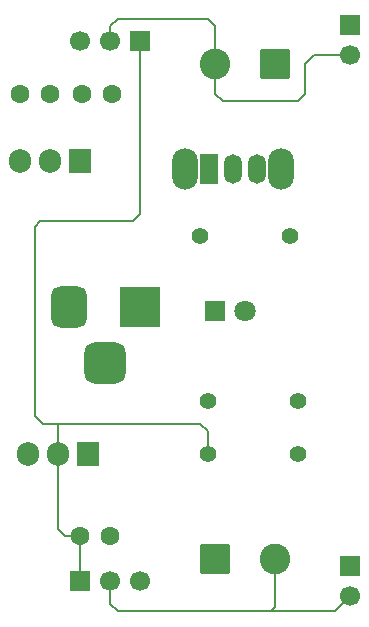
<source format=gbr>
%TF.GenerationSoftware,KiCad,Pcbnew,9.0.2*%
%TF.CreationDate,2025-06-13T20:10:21+08:00*%
%TF.ProjectId,Breadboard Power Supply,42726561-6462-46f6-9172-6420506f7765,1*%
%TF.SameCoordinates,Original*%
%TF.FileFunction,Copper,L1,Top*%
%TF.FilePolarity,Positive*%
%FSLAX46Y46*%
G04 Gerber Fmt 4.6, Leading zero omitted, Abs format (unit mm)*
G04 Created by KiCad (PCBNEW 9.0.2) date 2025-06-13 20:10:21*
%MOMM*%
%LPD*%
G01*
G04 APERTURE LIST*
G04 Aperture macros list*
%AMRoundRect*
0 Rectangle with rounded corners*
0 $1 Rounding radius*
0 $2 $3 $4 $5 $6 $7 $8 $9 X,Y pos of 4 corners*
0 Add a 4 corners polygon primitive as box body*
4,1,4,$2,$3,$4,$5,$6,$7,$8,$9,$2,$3,0*
0 Add four circle primitives for the rounded corners*
1,1,$1+$1,$2,$3*
1,1,$1+$1,$4,$5*
1,1,$1+$1,$6,$7*
1,1,$1+$1,$8,$9*
0 Add four rect primitives between the rounded corners*
20,1,$1+$1,$2,$3,$4,$5,0*
20,1,$1+$1,$4,$5,$6,$7,0*
20,1,$1+$1,$6,$7,$8,$9,0*
20,1,$1+$1,$8,$9,$2,$3,0*%
G04 Aperture macros list end*
%TA.AperFunction,ComponentPad*%
%ADD10C,1.400000*%
%TD*%
%TA.AperFunction,ComponentPad*%
%ADD11C,1.600000*%
%TD*%
%TA.AperFunction,ComponentPad*%
%ADD12O,2.200000X3.500000*%
%TD*%
%TA.AperFunction,ComponentPad*%
%ADD13R,1.500000X2.500000*%
%TD*%
%TA.AperFunction,ComponentPad*%
%ADD14O,1.500000X2.500000*%
%TD*%
%TA.AperFunction,ComponentPad*%
%ADD15R,1.800000X1.800000*%
%TD*%
%TA.AperFunction,ComponentPad*%
%ADD16C,1.800000*%
%TD*%
%TA.AperFunction,ComponentPad*%
%ADD17R,1.905000X2.000000*%
%TD*%
%TA.AperFunction,ComponentPad*%
%ADD18O,1.905000X2.000000*%
%TD*%
%TA.AperFunction,ComponentPad*%
%ADD19RoundRect,0.250000X1.050000X1.050000X-1.050000X1.050000X-1.050000X-1.050000X1.050000X-1.050000X0*%
%TD*%
%TA.AperFunction,ComponentPad*%
%ADD20C,2.600000*%
%TD*%
%TA.AperFunction,ComponentPad*%
%ADD21R,1.700000X1.700000*%
%TD*%
%TA.AperFunction,ComponentPad*%
%ADD22C,1.700000*%
%TD*%
%TA.AperFunction,ComponentPad*%
%ADD23RoundRect,0.250000X-1.050000X-1.050000X1.050000X-1.050000X1.050000X1.050000X-1.050000X1.050000X0*%
%TD*%
%TA.AperFunction,ComponentPad*%
%ADD24R,3.500000X3.500000*%
%TD*%
%TA.AperFunction,ComponentPad*%
%ADD25RoundRect,0.750000X-0.750000X-1.000000X0.750000X-1.000000X0.750000X1.000000X-0.750000X1.000000X0*%
%TD*%
%TA.AperFunction,ComponentPad*%
%ADD26RoundRect,0.875000X-0.875000X-0.875000X0.875000X-0.875000X0.875000X0.875000X-0.875000X0.875000X0*%
%TD*%
%TA.AperFunction,Conductor*%
%ADD27C,0.152400*%
%TD*%
G04 APERTURE END LIST*
D10*
%TO.P,R3,1*%
%TO.N,GND*%
X138430000Y-95885000D03*
%TO.P,R3,2*%
%TO.N,Net-(U2-ADJ)*%
X146050000Y-95885000D03*
%TD*%
D11*
%TO.P,C1,1*%
%TO.N,/12V*%
X130302000Y-69850000D03*
%TO.P,C1,2*%
%TO.N,GND*%
X127802000Y-69850000D03*
%TD*%
D12*
%TO.P,S1,*%
%TO.N,*%
X136490000Y-76200000D03*
X144690000Y-76200000D03*
D13*
%TO.P,S1,1*%
%TO.N,/12V*%
X138590000Y-76200000D03*
D14*
%TO.P,S1,2*%
%TO.N,/PWR_input*%
X140590000Y-76200000D03*
%TO.P,S1,3*%
%TO.N,unconnected-(S1-Pad3)*%
X142590000Y-76200000D03*
%TD*%
D15*
%TO.P,D1,1,K*%
%TO.N,GND*%
X139065000Y-88265000D03*
D16*
%TO.P,D1,2,A*%
%TO.N,Net-(D1-A)*%
X141605000Y-88265000D03*
%TD*%
D17*
%TO.P,U1,1,VI*%
%TO.N,/12V*%
X127635000Y-75565000D03*
D18*
%TO.P,U1,2,GND*%
%TO.N,GND*%
X125095000Y-75565000D03*
%TO.P,U1,3,VO*%
%TO.N,/5V*%
X122555000Y-75565000D03*
%TD*%
D11*
%TO.P,C2,1*%
%TO.N,/5V*%
X122555000Y-69850000D03*
%TO.P,C2,2*%
%TO.N,GND*%
X125055000Y-69850000D03*
%TD*%
D10*
%TO.P,R2,1*%
%TO.N,Net-(D1-A)*%
X145415000Y-81915000D03*
%TO.P,R2,2*%
%TO.N,/12V*%
X137795000Y-81915000D03*
%TD*%
D19*
%TO.P,J5,1,Pin_1*%
%TO.N,GND*%
X144145000Y-67310000D03*
D20*
%TO.P,J5,2,Pin_2*%
%TO.N,/PWR_OUT_TOP*%
X139065000Y-67310000D03*
%TD*%
D21*
%TO.P,J4,1,Pin_1*%
%TO.N,/3.3V*%
X127635000Y-111125000D03*
D22*
%TO.P,J4,2,Pin_2*%
%TO.N,/PWR_OUT_BOT*%
X130175000Y-111125000D03*
%TO.P,J4,3,Pin_3*%
%TO.N,/5V*%
X132715000Y-111125000D03*
%TD*%
D17*
%TO.P,U2,1,ADJ*%
%TO.N,Net-(U2-ADJ)*%
X128270000Y-100330000D03*
D18*
%TO.P,U2,2,VO*%
%TO.N,/3.3V*%
X125730000Y-100330000D03*
%TO.P,U2,3,VI*%
%TO.N,/12V*%
X123190000Y-100330000D03*
%TD*%
D21*
%TO.P,J3,1,Pin_1*%
%TO.N,/3.3V*%
X132715000Y-65405000D03*
D22*
%TO.P,J3,2,Pin_2*%
%TO.N,/PWR_OUT_TOP*%
X130175000Y-65405000D03*
%TO.P,J3,3,Pin_3*%
%TO.N,/5V*%
X127635000Y-65405000D03*
%TD*%
D23*
%TO.P,J7,1,Pin_1*%
%TO.N,GND*%
X139065000Y-109220000D03*
D20*
%TO.P,J7,2,Pin_2*%
%TO.N,/PWR_OUT_BOT*%
X144145000Y-109220000D03*
%TD*%
D21*
%TO.P,J1,1,Pin_1*%
%TO.N,GND*%
X150495000Y-64028400D03*
D22*
%TO.P,J1,2,Pin_2*%
%TO.N,/PWR_OUT_TOP*%
X150495000Y-66568400D03*
%TD*%
D11*
%TO.P,C3,1*%
%TO.N,/3.3V*%
X127635000Y-107315000D03*
%TO.P,C3,2*%
%TO.N,GND*%
X130135000Y-107315000D03*
%TD*%
D21*
%TO.P,J2,1,Pin_1*%
%TO.N,GND*%
X150495000Y-109850000D03*
D22*
%TO.P,J2,2,Pin_2*%
%TO.N,/PWR_OUT_BOT*%
X150495000Y-112390000D03*
%TD*%
D10*
%TO.P,R1,1*%
%TO.N,Net-(U2-ADJ)*%
X146050000Y-100330000D03*
%TO.P,R1,2*%
%TO.N,/3.3V*%
X138430000Y-100330000D03*
%TD*%
D24*
%TO.P,J6,1*%
%TO.N,/PWR_input*%
X132715000Y-87942500D03*
D25*
%TO.P,J6,2*%
%TO.N,GND*%
X126715000Y-87942500D03*
D26*
%TO.P,J6,3*%
X129715000Y-92642500D03*
%TD*%
D27*
%TO.N,/PWR_OUT_BOT*%
X144145000Y-113284000D02*
X143764000Y-113665000D01*
X144145000Y-109220000D02*
X144145000Y-113284000D01*
X143764000Y-113665000D02*
X149220000Y-113665000D01*
X149220000Y-113665000D02*
X150495000Y-112390000D01*
X130810000Y-113665000D02*
X143764000Y-113665000D01*
X130175000Y-113030000D02*
X130810000Y-113665000D01*
X130175000Y-111125000D02*
X130175000Y-113030000D01*
%TO.N,/PWR_OUT_TOP*%
X130175000Y-64135000D02*
X130175000Y-65405000D01*
X130810000Y-63500000D02*
X130175000Y-64135000D01*
X138430000Y-63500000D02*
X130810000Y-63500000D01*
X139065000Y-64135000D02*
X138430000Y-63500000D01*
X139065000Y-67310000D02*
X139065000Y-64135000D01*
%TO.N,/3.3V*%
X125730000Y-100330000D02*
X125730000Y-97790000D01*
X138430000Y-98425000D02*
X138430000Y-100330000D01*
X132715000Y-80057412D02*
X132127412Y-80645000D01*
X123825000Y-81102560D02*
X123825000Y-97155000D01*
X124282560Y-80645000D02*
X123825000Y-81102560D01*
X125730000Y-97790000D02*
X137795000Y-97790000D01*
X126365000Y-107315000D02*
X127635000Y-107315000D01*
X132715000Y-65405000D02*
X132715000Y-80057412D01*
X124460000Y-97790000D02*
X125730000Y-97790000D01*
X137795000Y-97790000D02*
X138430000Y-98425000D01*
X132127412Y-80645000D02*
X124282560Y-80645000D01*
X127635000Y-107315000D02*
X127635000Y-111125000D01*
X125730000Y-106680000D02*
X126365000Y-107315000D01*
X123825000Y-97155000D02*
X124460000Y-97790000D01*
X125730000Y-100330000D02*
X125730000Y-106680000D01*
%TO.N,/PWR_OUT_TOP*%
X130048000Y-65278000D02*
X130175000Y-65405000D01*
%TO.N,/PWR_OUT_BOT*%
X150495000Y-112390000D02*
X150495000Y-113030000D01*
%TO.N,/PWR_OUT_TOP*%
X146050000Y-70485000D02*
X139700000Y-70485000D01*
%TO.N,/PWR_OUT_BOT*%
X144272000Y-109519500D02*
X144145000Y-109392500D01*
X144145000Y-109392500D02*
X144145000Y-109220000D01*
%TO.N,/PWR_OUT_TOP*%
X139700000Y-70485000D02*
X139065000Y-69850000D01*
X146685000Y-67310000D02*
X146685000Y-69850000D01*
X139065000Y-67310000D02*
X139075000Y-67300000D01*
X139065000Y-69850000D02*
X139065000Y-67310000D01*
X147426600Y-66568400D02*
X146685000Y-67310000D01*
X146685000Y-69850000D02*
X146050000Y-70485000D01*
X150495000Y-66568400D02*
X147426600Y-66568400D01*
%TO.N,/PWR_OUT_BOT*%
X144272000Y-110297000D02*
X144145000Y-110170000D01*
%TO.N,/PWR_OUT_TOP*%
X130302000Y-65278000D02*
X130175000Y-65405000D01*
%TD*%
M02*

</source>
